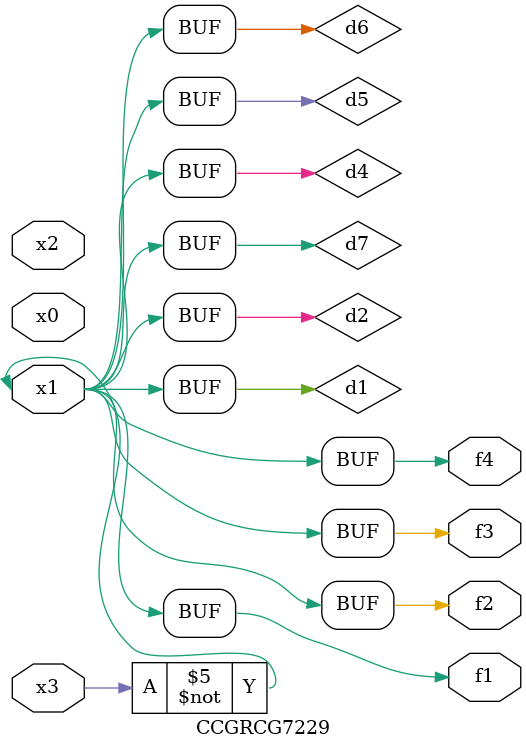
<source format=v>
module CCGRCG7229(
	input x0, x1, x2, x3,
	output f1, f2, f3, f4
);

	wire d1, d2, d3, d4, d5, d6, d7;

	not (d1, x3);
	buf (d2, x1);
	xnor (d3, d1, d2);
	nor (d4, d1);
	buf (d5, d1, d2);
	buf (d6, d4, d5);
	nand (d7, d4);
	assign f1 = d6;
	assign f2 = d7;
	assign f3 = d6;
	assign f4 = d6;
endmodule

</source>
